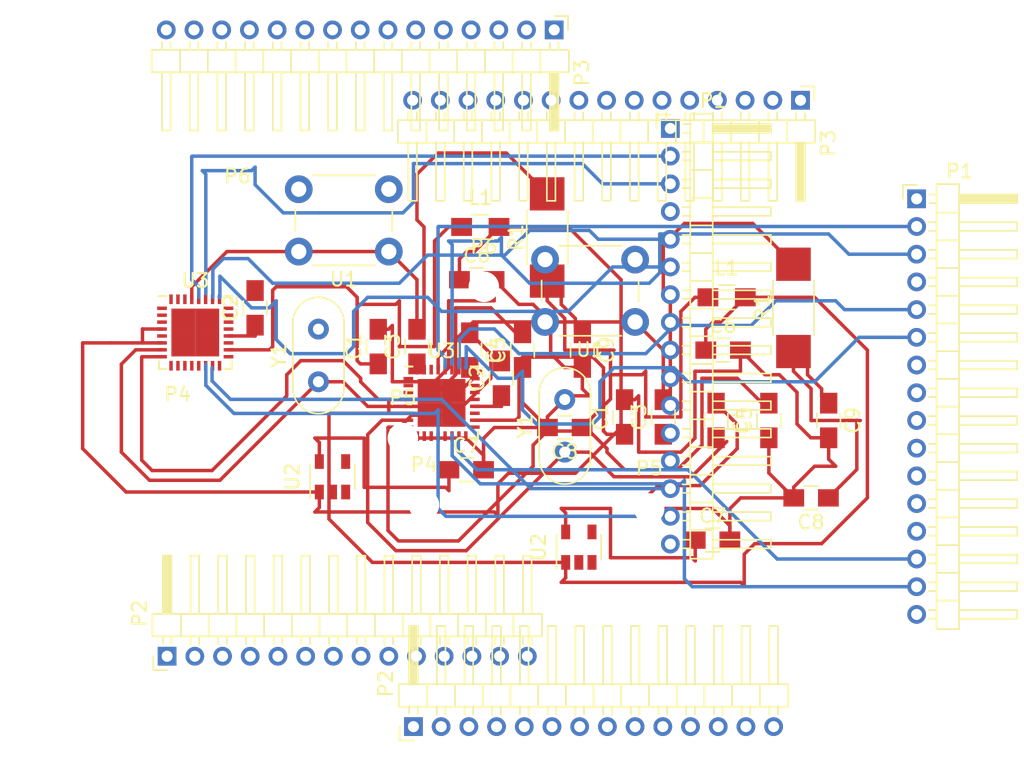
<source format=kicad_pcb>
(kicad_pcb (version 4) (host pcbnew 4.0.7)
  (layers (0 F.Cu signal) (1 In1.Cu signal) (2 In2.Cu signal) (31 B.Cu signal) (34 B.Paste user) (35 F.Paste user) (36 B.SilkS user) (37 F.SilkS user) (38 B.Mask user) (39 F.Mask user) (44 Edge.Cuts user))
  (net 0 "")
  (net 1 "Net-(C1-Pad1)")
  (net 2 GNDA)
  (net 3 "Net-(C2-Pad1)")
  (net 4 /RST)
  (net 5 /RESET)
  (net 6 "Net-(C4-Pad2)")
  (net 7 "Net-(C5-Pad2)")
  (net 8 VCC)
  (net 9 +3V3)
  (net 10 +5V)
  (net 11 /GND)
  (net 12 /A5)
  (net 13 /A4)
  (net 14 /A3)
  (net 15 /A2)
  (net 16 /A1)
  (net 17 /A0)
  (net 18 /AREF)
  (net 19 /SCK)
  (net 20 /MISO)
  (net 21 /MOSI)
  (net 22 /SS)
  (net 23 /D2)
  (net 24 /D3)
  (net 25 /D4)
  (net 26 /D5)
  (net 27 /D6)
  (net 28 /D7)
  (net 29 /D8)
  (net 30 /D9)
  (net 31 /3v3)
  (net 32 /RTS)
  (net 33 /328-TX)
  (net 34 /328-RX)
  (net 35 /5v)
  (net 36 "Net-(U2-Pad3)")
  (net 37 "Net-(U2-Pad4)")
  (net 38 "Net-(U3-Pad19)")
  (net 39 "Net-(U3-Pad22)")
  (net 40 /328_RX)
  (module Crystals:Crystal_HC52-6mm_Vertical (layer F.Cu) (at 119.126 104.14 90)
    (fp_text reference Y1 (at 1.9 -2.85 90) (layer F.SilkS))
    (fp_text value 16MHz)
    (pad 1 thru_hole circle (at 0 0 90) (size 1.5 1.5) (drill 0.8) (layers *.Cu *.Mask) (net 6 "Net-(C4-Pad2)"))
    (pad 2 thru_hole circle (at 3.8 0 90) (size 1.5 1.5) (drill 0.8) (layers *.Cu *.Mask) (net 2 GNDA))
  )
  (module Buttons_Switches_THT:SW_PUSH_6mm_h4.3mm (layer F.Cu) (at 124.206 94.742 180)
    (fp_text reference U1 (at 3.25 -2 180) (layer F.SilkS))
    (fp_text value Sw_tOpen_PSPICE)
    (pad 2 thru_hole circle (at 0 4.5 270) (size 2 2) (drill 1.1) (layers *.Cu *.Mask) (net 2 GNDA))
    (pad 1 thru_hole circle (at 0 0 270) (size 2 2) (drill 1.1) (layers *.Cu *.Mask) (net 5 /RESET))
    (pad 2 thru_hole circle (at 6.5 4.5 270) (size 2 2) (drill 1.1) (layers *.Cu *.Mask) (net 2 GNDA))
    (pad 1 thru_hole circle (at 6.5 0 270) (size 2 2) (drill 1.1) (layers *.Cu *.Mask) (net 5 /RESET))
  )
  (module Housings_DFN_QFN:QFN-32-1EP_5x5mm_Pitch0.5mm (layer F.Cu) (at 110.236 100.584)
    (fp_text reference U3 (at 0 -3.75) (layer F.SilkS))
    (fp_text value ATMEGA168-20AU)
    (pad 1 smd rect (at -2.4 -1.75) (size 0.7 0.25) (layers F.Cu F.Paste F.Mask) (net 24 /D3))
    (pad 2 smd rect (at -2.4 -1.25) (size 0.7 0.25) (layers F.Cu F.Paste F.Mask) (net 25 /D4))
    (pad 3 smd rect (at -2.4 -0.75) (size 0.7 0.25) (layers F.Cu F.Paste F.Mask) (net 2 GNDA))
    (pad 4 smd rect (at -2.4 -0.25) (size 0.7 0.25) (layers F.Cu F.Paste F.Mask) (net 8 VCC))
    (pad 5 smd rect (at -2.4 0.25) (size 0.7 0.25) (layers F.Cu F.Paste F.Mask) (net 2 GNDA))
    (pad 6 smd rect (at -2.4 0.75) (size 0.7 0.25) (layers F.Cu F.Paste F.Mask) (net 8 VCC))
    (pad 7 smd rect (at -2.4 1.25) (size 0.7 0.25) (layers F.Cu F.Paste F.Mask) (net 6 "Net-(C4-Pad2)"))
    (pad 8 smd rect (at -2.4 1.75) (size 0.7 0.25) (layers F.Cu F.Paste F.Mask) (net 7 "Net-(C5-Pad2)"))
    (pad 9 smd rect (at -1.75 2.4 90) (size 0.7 0.25) (layers F.Cu F.Paste F.Mask) (net 26 /D5))
    (pad 10 smd rect (at -1.25 2.4 90) (size 0.7 0.25) (layers F.Cu F.Paste F.Mask) (net 27 /D6))
    (pad 11 smd rect (at -0.75 2.4 90) (size 0.7 0.25) (layers F.Cu F.Paste F.Mask) (net 28 /D7))
    (pad 12 smd rect (at -0.25 2.4 90) (size 0.7 0.25) (layers F.Cu F.Paste F.Mask) (net 29 /D8))
    (pad 13 smd rect (at 0.25 2.4 90) (size 0.7 0.25) (layers F.Cu F.Paste F.Mask) (net 30 /D9))
    (pad 14 smd rect (at 0.75 2.4 90) (size 0.7 0.25) (layers F.Cu F.Paste F.Mask) (net 22 /SS))
    (pad 15 smd rect (at 1.25 2.4 90) (size 0.7 0.25) (layers F.Cu F.Paste F.Mask) (net 21 /MOSI))
    (pad 16 smd rect (at 1.75 2.4 90) (size 0.7 0.25) (layers F.Cu F.Paste F.Mask) (net 20 /MISO))
    (pad 17 smd rect (at 2.4 1.75) (size 0.7 0.25) (layers F.Cu F.Paste F.Mask) (net 19 /SCK))
    (pad 18 smd rect (at 2.4 1.25) (size 0.7 0.25) (layers F.Cu F.Paste F.Mask) (net 1 "Net-(C1-Pad1)"))
    (pad 19 smd rect (at 2.4 0.75) (size 0.7 0.25) (layers F.Cu F.Paste F.Mask) (net 38 "Net-(U3-Pad19)"))
    (pad 20 smd rect (at 2.4 0.25) (size 0.7 0.25) (layers F.Cu F.Paste F.Mask) (net 3 "Net-(C2-Pad1)"))
    (pad 21 smd rect (at 2.4 -0.25) (size 0.7 0.25) (layers F.Cu F.Paste F.Mask) (net 2 GNDA))
    (pad 22 smd rect (at 2.4 -0.75) (size 0.7 0.25) (layers F.Cu F.Paste F.Mask) (net 39 "Net-(U3-Pad22)"))
    (pad 23 smd rect (at 2.4 -1.25) (size 0.7 0.25) (layers F.Cu F.Paste F.Mask) (net 17 /A0))
    (pad 24 smd rect (at 2.4 -1.75) (size 0.7 0.25) (layers F.Cu F.Paste F.Mask) (net 16 /A1))
    (pad 25 smd rect (at 1.75 -2.4 90) (size 0.7 0.25) (layers F.Cu F.Paste F.Mask) (net 15 /A2))
    (pad 26 smd rect (at 1.25 -2.4 90) (size 0.7 0.25) (layers F.Cu F.Paste F.Mask) (net 14 /A3))
    (pad 27 smd rect (at 0.75 -2.4 90) (size 0.7 0.25) (layers F.Cu F.Paste F.Mask) (net 13 /A4))
    (pad 28 smd rect (at 0.25 -2.4 90) (size 0.7 0.25) (layers F.Cu F.Paste F.Mask) (net 12 /A5))
    (pad 29 smd rect (at -0.25 -2.4 90) (size 0.7 0.25) (layers F.Cu F.Paste F.Mask) (net 5 /RESET))
    (pad 30 smd rect (at -0.75 -2.4 90) (size 0.7 0.25) (layers F.Cu F.Paste F.Mask) (net 40 /328_RX))
    (pad 31 smd rect (at -1.25 -2.4 90) (size 0.7 0.25) (layers F.Cu F.Paste F.Mask) (net 33 /328-TX))
    (pad 32 smd rect (at -1.75 -2.4 90) (size 0.7 0.25) (layers F.Cu F.Paste F.Mask) (net 23 /D2))
    (pad 33 smd rect (at 0.8625 0.8625) (size 1.725 1.725) (layers F.Cu F.Paste F.Mask))
    (pad 33 smd rect (at 0.8625 -0.8625) (size 1.725 1.725) (layers F.Cu F.Paste F.Mask))
    (pad 33 smd rect (at -0.8625 0.8625) (size 1.725 1.725) (layers F.Cu F.Paste F.Mask))
    (pad 33 smd rect (at -0.8625 -0.8625) (size 1.725 1.725) (layers F.Cu F.Paste F.Mask))
  )
  (module TO_SOT_Packages_SMD:SOT-23-5 (layer F.Cu) (at 120.142 110.998 90)
    (fp_text reference U2 (at 0 -2.9 90) (layer F.SilkS))
    (fp_text value MIC5504-3.3YM5)
    (pad 1 smd rect (at -1.1 -0.95 90) (size 1.06 0.65) (layers F.Cu F.Paste F.Mask) (net 8 VCC))
    (pad 2 smd rect (at -1.1 0 90) (size 1.06 0.65) (layers F.Cu F.Paste F.Mask) (net 2 GNDA))
    (pad 3 smd rect (at -1.1 0.95 90) (size 1.06 0.65) (layers F.Cu F.Paste F.Mask) (net 36 "Net-(U2-Pad3)"))
    (pad 4 smd rect (at 1.1 0.95 90) (size 1.06 0.65) (layers F.Cu F.Paste F.Mask) (net 37 "Net-(U2-Pad4)"))
    (pad 5 smd rect (at 1.1 -0.95 90) (size 1.06 0.65) (layers F.Cu F.Paste F.Mask) (net 9 +3V3))
  )
  (module Resistors_SMD:R_2010_HandSoldering (layer F.Cu) (at 135.636 93.726 90)
    (fp_text reference R1 (at 0 -2.25 90) (layer F.SilkS))
    (fp_text value 100K)
    (pad 1 smd rect (at -3.15 0 90) (size 2.4 2.5) (layers F.Cu F.Paste F.Mask) (net 10 +5V))
    (pad 2 smd rect (at 3.15 0 90) (size 2.4 2.5) (layers F.Cu F.Paste F.Mask) (net 5 /RESET))
  )
  (module Mounting_Holes:MountingHole_2.2mm_M2_DIN965 (layer F.Cu) (at 113.284 92.202)
    (fp_text reference P6 (at 0 -2.9) (layer F.SilkS))
    (fp_text value Conn_01x01)
    (pad 1 np_thru_hole circle (at 0 0) (size 2.2 2.2) (drill 2.2) (layers *.Cu *.Mask) (net 2 GNDA))
  )
  (module Mounting_Holes:MountingHole_2.2mm_M2_DIN965 (layer F.Cu) (at 125.222 108.204)
    (fp_text reference P5 (at 0 -2.9) (layer F.SilkS))
    (fp_text value Conn_01x01)
    (pad 1 np_thru_hole circle (at 0 0) (size 2.2 2.2) (drill 2.2) (layers *.Cu *.Mask) (net 2 GNDA))
  )
  (module Mounting_Holes:MountingHole_2.2mm_M2_DIN965 (layer F.Cu) (at 108.966 107.95)
    (fp_text reference P4 (at 0 -2.9) (layer F.SilkS))
    (fp_text value Conn_01x01)
    (pad 1 np_thru_hole circle (at 0 0) (size 2.2 2.2) (drill 2.2) (layers *.Cu *.Mask) (net 2 GNDA))
  )
  (module Pin_Headers:Pin_Header_Angled_1x14_Pitch2.00mm (layer F.Cu) (at 108.204 123.952 90)
    (fp_text reference P2 (at 3.1 -2 90) (layer F.SilkS))
    (fp_text value Conn_01x14)
    (pad 1 thru_hole rect (at 0 0 90) (size 1.35 1.35) (drill 0.8) (layers *.Cu *.Mask) (net 11 /GND))
    (pad 2 thru_hole oval (at 0 2 90) (size 1.35 1.35) (drill 0.8) (layers *.Cu *.Mask) (net 23 /D2))
    (pad 3 thru_hole oval (at 0 4 90) (size 1.35 1.35) (drill 0.8) (layers *.Cu *.Mask) (net 24 /D3))
    (pad 4 thru_hole oval (at 0 6 90) (size 1.35 1.35) (drill 0.8) (layers *.Cu *.Mask) (net 11 /GND))
    (pad 5 thru_hole oval (at 0 8 90) (size 1.35 1.35) (drill 0.8) (layers *.Cu *.Mask) (net 25 /D4))
    (pad 6 thru_hole oval (at 0 10 90) (size 1.35 1.35) (drill 0.8) (layers *.Cu *.Mask) (net 26 /D5))
    (pad 7 thru_hole oval (at 0 12 90) (size 1.35 1.35) (drill 0.8) (layers *.Cu *.Mask) (net 27 /D6))
    (pad 8 thru_hole oval (at 0 14 90) (size 1.35 1.35) (drill 0.8) (layers *.Cu *.Mask) (net 28 /D7))
    (pad 9 thru_hole oval (at 0 16 90) (size 1.35 1.35) (drill 0.8) (layers *.Cu *.Mask) (net 11 /GND))
    (pad 10 thru_hole oval (at 0 18 90) (size 1.35 1.35) (drill 0.8) (layers *.Cu *.Mask) (net 29 /D8))
    (pad 11 thru_hole oval (at 0 20 90) (size 1.35 1.35) (drill 0.8) (layers *.Cu *.Mask) (net 30 /D9))
    (pad 12 thru_hole oval (at 0 22 90) (size 1.35 1.35) (drill 0.8) (layers *.Cu *.Mask) (net 11 /GND))
    (pad 13 thru_hole oval (at 0 24 90) (size 1.35 1.35) (drill 0.8) (layers *.Cu *.Mask) (net 31 /3v3))
    (pad 14 thru_hole oval (at 0 26 90) (size 1.35 1.35) (drill 0.8) (layers *.Cu *.Mask) (net 31 /3v3))
  )
  (module Pin_Headers:Pin_Header_Angled_1x16_Pitch2.00mm (layer F.Cu) (at 144.526 85.852)
    (fp_text reference P1 (at 3.1 -2) (layer F.SilkS))
    (fp_text value Conn_01x16)
    (pad 1 thru_hole rect (at 0 0) (size 1.35 1.35) (drill 0.8) (layers *.Cu *.Mask) (net 11 /GND))
    (pad 2 thru_hole oval (at 0 2) (size 1.35 1.35) (drill 0.8) (layers *.Cu *.Mask) (net 12 /A5))
    (pad 3 thru_hole oval (at 0 4) (size 1.35 1.35) (drill 0.8) (layers *.Cu *.Mask) (net 13 /A4))
    (pad 4 thru_hole oval (at 0 6) (size 1.35 1.35) (drill 0.8) (layers *.Cu *.Mask) (net 11 /GND))
    (pad 5 thru_hole oval (at 0 8) (size 1.35 1.35) (drill 0.8) (layers *.Cu *.Mask) (net 14 /A3))
    (pad 6 thru_hole oval (at 0 10) (size 1.35 1.35) (drill 0.8) (layers *.Cu *.Mask) (net 15 /A2))
    (pad 7 thru_hole oval (at 0 12) (size 1.35 1.35) (drill 0.8) (layers *.Cu *.Mask) (net 11 /GND))
    (pad 8 thru_hole oval (at 0 14) (size 1.35 1.35) (drill 0.8) (layers *.Cu *.Mask) (net 16 /A1))
    (pad 9 thru_hole oval (at 0 16) (size 1.35 1.35) (drill 0.8) (layers *.Cu *.Mask) (net 17 /A0))
    (pad 10 thru_hole oval (at 0 18) (size 1.35 1.35) (drill 0.8) (layers *.Cu *.Mask) (net 18 /AREF))
    (pad 11 thru_hole oval (at 0 20) (size 1.35 1.35) (drill 0.8) (layers *.Cu *.Mask) (net 11 /GND))
    (pad 12 thru_hole oval (at 0 22) (size 1.35 1.35) (drill 0.8) (layers *.Cu *.Mask) (net 19 /SCK))
    (pad 13 thru_hole oval (at 0 24) (size 1.35 1.35) (drill 0.8) (layers *.Cu *.Mask) (net 20 /MISO))
    (pad 14 thru_hole oval (at 0 26) (size 1.35 1.35) (drill 0.8) (layers *.Cu *.Mask) (net 21 /MOSI))
    (pad 15 thru_hole oval (at 0 28) (size 1.35 1.35) (drill 0.8) (layers *.Cu *.Mask) (net 22 /SS))
    (pad 16 thru_hole oval (at 0 30) (size 1.35 1.35) (drill 0.8) (layers *.Cu *.Mask) (net 11 /GND))
  )
  (module Inductors_SMD:L_0805_HandSoldering (layer F.Cu) (at 130.81 92.964)
    (fp_text reference L1 (at 0 -2.1) (layer F.SilkS))
    (fp_text value 10uHL)
    (pad 1 smd rect (at -1.35 0) (size 1.5 1.3) (layers F.Cu F.Paste F.Mask) (net 1 "Net-(C1-Pad1)"))
    (pad 2 smd rect (at 1.35 0) (size 1.5 1.3) (layers F.Cu F.Paste F.Mask) (net 8 VCC))
  )
  (module Capacitors_SMD:C_0805_HandSoldering (layer F.Cu) (at 138.176 101.854 270)
    (fp_text reference C9 (at 0 -1.75 270) (layer F.SilkS))
    (fp_text value 100nF)
    (pad 1 smd rect (at -1.25 0 270) (size 1.5 1.25) (layers F.Cu F.Paste F.Mask) (net 10 +5V))
    (pad 2 smd rect (at 1.25 0 270) (size 1.5 1.25) (layers F.Cu F.Paste F.Mask) (net 2 GNDA))
  )
  (module Capacitors_SMD:C_0805_HandSoldering (layer F.Cu) (at 136.906 107.442 180)
    (fp_text reference C8 (at 0 -1.75 180) (layer F.SilkS))
    (fp_text value 1uF)
    (pad 1 smd rect (at -1.25 0 180) (size 1.5 1.25) (layers F.Cu F.Paste F.Mask) (net 10 +5V))
    (pad 2 smd rect (at 1.25 0 180) (size 1.5 1.25) (layers F.Cu F.Paste F.Mask) (net 2 GNDA))
  )
  (module Capacitors_SMD:C_0805_HandSoldering (layer F.Cu) (at 129.794 110.49)
    (fp_text reference C7 (at 0 -1.75) (layer F.SilkS))
    (fp_text value 1uF)
    (pad 1 smd rect (at -1.25 0) (size 1.5 1.25) (layers F.Cu F.Paste F.Mask) (net 9 +3V3))
    (pad 2 smd rect (at 1.25 0) (size 1.5 1.25) (layers F.Cu F.Paste F.Mask) (net 2 GNDA))
  )
  (module Capacitors_SMD:C_0805_HandSoldering (layer F.Cu) (at 130.556 96.774)
    (fp_text reference C6 (at 0 -1.75) (layer F.SilkS))
    (fp_text value 1uF)
    (pad 1 smd rect (at -1.25 0) (size 1.5 1.25) (layers F.Cu F.Paste F.Mask) (net 8 VCC))
    (pad 2 smd rect (at 1.25 0) (size 1.5 1.25) (layers F.Cu F.Paste F.Mask) (net 2 GNDA))
  )
  (module Capacitors_SMD:C_0805_HandSoldering (layer F.Cu) (at 133.858 101.854 90)
    (fp_text reference C5 (at 0 -1.75 90) (layer F.SilkS))
    (fp_text value 22pF)
    (pad 1 smd rect (at -1.25 0 90) (size 1.5 1.25) (layers F.Cu F.Paste F.Mask) (net 2 GNDA))
    (pad 2 smd rect (at 1.25 0 90) (size 1.5 1.25) (layers F.Cu F.Paste F.Mask) (net 7 "Net-(C5-Pad2)"))
  )
  (module Capacitors_SMD:C_0805_HandSoldering (layer F.Cu) (at 130.048 101.854 270)
    (fp_text reference C4 (at 0 -1.75 270) (layer F.SilkS))
    (fp_text value 22pF)
    (pad 1 smd rect (at -1.25 0 270) (size 1.5 1.25) (layers F.Cu F.Paste F.Mask) (net 2 GNDA))
    (pad 2 smd rect (at 1.25 0 270) (size 1.5 1.25) (layers F.Cu F.Paste F.Mask) (net 6 "Net-(C4-Pad2)"))
  )
  (module Capacitors_SMD:C_0805_HandSoldering (layer F.Cu) (at 126.238 101.6 90)
    (fp_text reference C3 (at 0 -1.75 90) (layer F.SilkS))
    (fp_text value 100nF)
    (pad 1 smd rect (at -1.25 0 90) (size 1.5 1.25) (layers F.Cu F.Paste F.Mask) (net 4 /RST))
    (pad 2 smd rect (at 1.25 0 90) (size 1.5 1.25) (layers F.Cu F.Paste F.Mask) (net 5 /RESET))
  )
  (module Capacitors_SMD:C_0805_HandSoldering (layer F.Cu) (at 114.554 98.806 90)
    (fp_text reference C2 (at 0 -1.75 90) (layer F.SilkS))
    (fp_text value 10nF)
    (pad 1 smd rect (at -1.25 0 90) (size 1.5 1.25) (layers F.Cu F.Paste F.Mask) (net 3 "Net-(C2-Pad1)"))
    (pad 2 smd rect (at 1.25 0 90) (size 1.5 1.25) (layers F.Cu F.Paste F.Mask) (net 2 GNDA))
  )
  (module Capacitors_SMD:C_0805_HandSoldering (layer F.Cu) (at 123.444 101.6 90)
    (fp_text reference C1 (at 0 -1.75 90) (layer F.SilkS))
    (fp_text value 100nF)
    (pad 1 smd rect (at -1.25 0 90) (size 1.5 1.25) (layers F.Cu F.Paste F.Mask) (net 1 "Net-(C1-Pad1)"))
    (pad 2 smd rect (at 1.25 0 90) (size 1.5 1.25) (layers F.Cu F.Paste F.Mask) (net 2 GNDA))
  )
  (module Pin_Headers:Pin_Header_Angled_1x15_Pitch2.00mm (layer F.Cu) (at 136.144 78.74 270)
    (fp_text reference P3 (at 3.1 -2 270) (layer F.SilkS))
    (fp_text value Conn_01x15)
    (pad 1 thru_hole rect (at 0 0 270) (size 1.35 1.35) (drill 0.8) (layers *.Cu *.Mask) (net 11 /GND))
    (pad 2 thru_hole oval (at 0 2 270) (size 1.35 1.35) (drill 0.8) (layers *.Cu *.Mask) (net 11 /GND))
    (pad 3 thru_hole oval (at 0 4 270) (size 1.35 1.35) (drill 0.8) (layers *.Cu *.Mask) (net 11 /GND))
    (pad 4 thru_hole oval (at 0 6 270) (size 1.35 1.35) (drill 0.8) (layers *.Cu *.Mask) (net 5 /RESET))
    (pad 5 thru_hole oval (at 0 8 270) (size 1.35 1.35) (drill 0.8) (layers *.Cu *.Mask) (net 11 /GND))
    (pad 6 thru_hole oval (at 0 10 270) (size 1.35 1.35) (drill 0.8) (layers *.Cu *.Mask) (net 32 /RTS))
    (pad 7 thru_hole oval (at 0 12 270) (size 1.35 1.35) (drill 0.8) (layers *.Cu *.Mask) (net 33 /328-TX))
    (pad 8 thru_hole oval (at 0 14 270) (size 1.35 1.35) (drill 0.8) (layers *.Cu *.Mask) (net 34 /328-RX))
    (pad 9 thru_hole oval (at 0 16 270) (size 1.35 1.35) (drill 0.8) (layers *.Cu *.Mask) (net 35 /5v))
    (pad 10 thru_hole oval (at 0 18 270) (size 1.35 1.35) (drill 0.8) (layers *.Cu *.Mask) (net 11 /GND))
    (pad 11 thru_hole oval (at 0 20 270) (size 1.35 1.35) (drill 0.8) (layers *.Cu *.Mask) (net 11 /GND))
    (pad 12 thru_hole oval (at 0 22 270) (size 1.35 1.35) (drill 0.8) (layers *.Cu *.Mask) (net 11 /GND))
    (pad 13 thru_hole oval (at 0 24 270) (size 1.35 1.35) (drill 0.8) (layers *.Cu *.Mask) (net 35 /5v))
    (pad 14 thru_hole oval (at 0 26 270) (size 1.35 1.35) (drill 0.8) (layers *.Cu *.Mask) (net 35 /5v))
    (pad 15 thru_hole oval (at 0 28 270) (size 1.35 1.35) (drill 0.8) (layers *.Cu *.Mask) (net 11 /GND))
  )
  (module Pin_Headers:Pin_Header_Angled_1x15_Pitch2.00mm (layer F.Cu) (at 153.924 83.82 270)
    (fp_text reference P3 (at 3.1 -2 270) (layer F.SilkS))
    (fp_text value Conn_01x15)
    (pad 1 thru_hole rect (at 0 0 270) (size 1.35 1.35) (drill 0.8) (layers *.Cu *.Mask) (net 11 /GND))
    (pad 2 thru_hole oval (at 0 2 270) (size 1.35 1.35) (drill 0.8) (layers *.Cu *.Mask) (net 11 /GND))
    (pad 3 thru_hole oval (at 0 4 270) (size 1.35 1.35) (drill 0.8) (layers *.Cu *.Mask) (net 11 /GND))
    (pad 4 thru_hole oval (at 0 6 270) (size 1.35 1.35) (drill 0.8) (layers *.Cu *.Mask) (net 5 /RESET))
    (pad 5 thru_hole oval (at 0 8 270) (size 1.35 1.35) (drill 0.8) (layers *.Cu *.Mask) (net 11 /GND))
    (pad 6 thru_hole oval (at 0 10 270) (size 1.35 1.35) (drill 0.8) (layers *.Cu *.Mask) (net 32 /RTS))
    (pad 7 thru_hole oval (at 0 12 270) (size 1.35 1.35) (drill 0.8) (layers *.Cu *.Mask) (net 33 /328-TX))
    (pad 8 thru_hole oval (at 0 14 270) (size 1.35 1.35) (drill 0.8) (layers *.Cu *.Mask) (net 34 /328-RX))
    (pad 9 thru_hole oval (at 0 16 270) (size 1.35 1.35) (drill 0.8) (layers *.Cu *.Mask) (net 35 /5v))
    (pad 10 thru_hole oval (at 0 18 270) (size 1.35 1.35) (drill 0.8) (layers *.Cu *.Mask) (net 11 /GND))
    (pad 11 thru_hole oval (at 0 20 270) (size 1.35 1.35) (drill 0.8) (layers *.Cu *.Mask) (net 11 /GND))
    (pad 12 thru_hole oval (at 0 22 270) (size 1.35 1.35) (drill 0.8) (layers *.Cu *.Mask) (net 11 /GND))
    (pad 13 thru_hole oval (at 0 24 270) (size 1.35 1.35) (drill 0.8) (layers *.Cu *.Mask) (net 35 /5v))
    (pad 14 thru_hole oval (at 0 26 270) (size 1.35 1.35) (drill 0.8) (layers *.Cu *.Mask) (net 35 /5v))
    (pad 15 thru_hole oval (at 0 28 270) (size 1.35 1.35) (drill 0.8) (layers *.Cu *.Mask) (net 11 /GND))
  )
  (module Capacitors_SMD:C_0805_HandSoldering (layer F.Cu) (at 141.224 106.68 90)
    (fp_text reference C1 (at 0 -1.75 90) (layer F.SilkS))
    (fp_text value 100nF)
    (pad 1 smd rect (at -1.25 0 90) (size 1.5 1.25) (layers F.Cu F.Paste F.Mask) (net 1 "Net-(C1-Pad1)"))
    (pad 2 smd rect (at 1.25 0 90) (size 1.5 1.25) (layers F.Cu F.Paste F.Mask) (net 2 GNDA))
  )
  (module Capacitors_SMD:C_0805_HandSoldering (layer F.Cu) (at 132.334 103.886 90)
    (fp_text reference C2 (at 0 -1.75 90) (layer F.SilkS))
    (fp_text value 10nF)
    (pad 1 smd rect (at -1.25 0 90) (size 1.5 1.25) (layers F.Cu F.Paste F.Mask) (net 3 "Net-(C2-Pad1)"))
    (pad 2 smd rect (at 1.25 0 90) (size 1.5 1.25) (layers F.Cu F.Paste F.Mask) (net 2 GNDA))
  )
  (module Capacitors_SMD:C_0805_HandSoldering (layer F.Cu) (at 144.018 106.68 90)
    (fp_text reference C3 (at 0 -1.75 90) (layer F.SilkS))
    (fp_text value 100nF)
    (pad 1 smd rect (at -1.25 0 90) (size 1.5 1.25) (layers F.Cu F.Paste F.Mask) (net 4 /RST))
    (pad 2 smd rect (at 1.25 0 90) (size 1.5 1.25) (layers F.Cu F.Paste F.Mask) (net 5 /RESET))
  )
  (module Capacitors_SMD:C_0805_HandSoldering (layer F.Cu) (at 147.828 106.934 270)
    (fp_text reference C4 (at 0 -1.75 270) (layer F.SilkS))
    (fp_text value 22pF)
    (pad 1 smd rect (at -1.25 0 270) (size 1.5 1.25) (layers F.Cu F.Paste F.Mask) (net 2 GNDA))
    (pad 2 smd rect (at 1.25 0 270) (size 1.5 1.25) (layers F.Cu F.Paste F.Mask) (net 6 "Net-(C4-Pad2)"))
  )
  (module Capacitors_SMD:C_0805_HandSoldering (layer F.Cu) (at 151.638 106.934 90)
    (fp_text reference C5 (at 0 -1.75 90) (layer F.SilkS))
    (fp_text value 22pF)
    (pad 1 smd rect (at -1.25 0 90) (size 1.5 1.25) (layers F.Cu F.Paste F.Mask) (net 2 GNDA))
    (pad 2 smd rect (at 1.25 0 90) (size 1.5 1.25) (layers F.Cu F.Paste F.Mask) (net 7 "Net-(C5-Pad2)"))
  )
  (module Capacitors_SMD:C_0805_HandSoldering (layer F.Cu) (at 148.336 101.854)
    (fp_text reference C6 (at 0 -1.75) (layer F.SilkS))
    (fp_text value 1uF)
    (pad 1 smd rect (at -1.25 0) (size 1.5 1.25) (layers F.Cu F.Paste F.Mask) (net 8 VCC))
    (pad 2 smd rect (at 1.25 0) (size 1.5 1.25) (layers F.Cu F.Paste F.Mask) (net 2 GNDA))
  )
  (module Capacitors_SMD:C_0805_HandSoldering (layer F.Cu) (at 147.574 115.57)
    (fp_text reference C7 (at 0 -1.75) (layer F.SilkS))
    (fp_text value 1uF)
    (pad 1 smd rect (at -1.25 0) (size 1.5 1.25) (layers F.Cu F.Paste F.Mask) (net 9 +3V3))
    (pad 2 smd rect (at 1.25 0) (size 1.5 1.25) (layers F.Cu F.Paste F.Mask) (net 2 GNDA))
  )
  (module Capacitors_SMD:C_0805_HandSoldering (layer F.Cu) (at 154.686 112.522 180)
    (fp_text reference C8 (at 0 -1.75 180) (layer F.SilkS))
    (fp_text value 1uF)
    (pad 1 smd rect (at -1.25 0 180) (size 1.5 1.25) (layers F.Cu F.Paste F.Mask) (net 10 +5V))
    (pad 2 smd rect (at 1.25 0 180) (size 1.5 1.25) (layers F.Cu F.Paste F.Mask) (net 2 GNDA))
  )
  (module Capacitors_SMD:C_0805_HandSoldering (layer F.Cu) (at 155.956 106.934 270)
    (fp_text reference C9 (at 0 -1.75 270) (layer F.SilkS))
    (fp_text value 100nF)
    (pad 1 smd rect (at -1.25 0 270) (size 1.5 1.25) (layers F.Cu F.Paste F.Mask) (net 10 +5V))
    (pad 2 smd rect (at 1.25 0 270) (size 1.5 1.25) (layers F.Cu F.Paste F.Mask) (net 2 GNDA))
  )
  (module Inductors_SMD:L_0805_HandSoldering (layer F.Cu) (at 148.59 98.044)
    (fp_text reference L1 (at 0 -2.1) (layer F.SilkS))
    (fp_text value 10uHL)
    (pad 1 smd rect (at -1.35 0) (size 1.5 1.3) (layers F.Cu F.Paste F.Mask) (net 1 "Net-(C1-Pad1)"))
    (pad 2 smd rect (at 1.35 0) (size 1.5 1.3) (layers F.Cu F.Paste F.Mask) (net 8 VCC))
  )
  (module Pin_Headers:Pin_Header_Angled_1x16_Pitch2.00mm (layer F.Cu) (at 162.306 90.932)
    (fp_text reference P1 (at 3.1 -2) (layer F.SilkS))
    (fp_text value Conn_01x16)
    (pad 1 thru_hole rect (at 0 0) (size 1.35 1.35) (drill 0.8) (layers *.Cu *.Mask) (net 11 /GND))
    (pad 2 thru_hole oval (at 0 2) (size 1.35 1.35) (drill 0.8) (layers *.Cu *.Mask) (net 12 /A5))
    (pad 3 thru_hole oval (at 0 4) (size 1.35 1.35) (drill 0.8) (layers *.Cu *.Mask) (net 13 /A4))
    (pad 4 thru_hole oval (at 0 6) (size 1.35 1.35) (drill 0.8) (layers *.Cu *.Mask) (net 11 /GND))
    (pad 5 thru_hole oval (at 0 8) (size 1.35 1.35) (drill 0.8) (layers *.Cu *.Mask) (net 14 /A3))
    (pad 6 thru_hole oval (at 0 10) (size 1.35 1.35) (drill 0.8) (layers *.Cu *.Mask) (net 15 /A2))
    (pad 7 thru_hole oval (at 0 12) (size 1.35 1.35) (drill 0.8) (layers *.Cu *.Mask) (net 11 /GND))
    (pad 8 thru_hole oval (at 0 14) (size 1.35 1.35) (drill 0.8) (layers *.Cu *.Mask) (net 16 /A1))
    (pad 9 thru_hole oval (at 0 16) (size 1.35 1.35) (drill 0.8) (layers *.Cu *.Mask) (net 17 /A0))
    (pad 10 thru_hole oval (at 0 18) (size 1.35 1.35) (drill 0.8) (layers *.Cu *.Mask) (net 18 /AREF))
    (pad 11 thru_hole oval (at 0 20) (size 1.35 1.35) (drill 0.8) (layers *.Cu *.Mask) (net 11 /GND))
    (pad 12 thru_hole oval (at 0 22) (size 1.35 1.35) (drill 0.8) (layers *.Cu *.Mask) (net 19 /SCK))
    (pad 13 thru_hole oval (at 0 24) (size 1.35 1.35) (drill 0.8) (layers *.Cu *.Mask) (net 20 /MISO))
    (pad 14 thru_hole oval (at 0 26) (size 1.35 1.35) (drill 0.8) (layers *.Cu *.Mask) (net 21 /MOSI))
    (pad 15 thru_hole oval (at 0 28) (size 1.35 1.35) (drill 0.8) (layers *.Cu *.Mask) (net 22 /SS))
    (pad 16 thru_hole oval (at 0 30) (size 1.35 1.35) (drill 0.8) (layers *.Cu *.Mask) (net 11 /GND))
  )
  (module Pin_Headers:Pin_Header_Angled_1x14_Pitch2.00mm (layer F.Cu) (at 125.984 129.032 90)
    (fp_text reference P2 (at 3.1 -2 90) (layer F.SilkS))
    (fp_text value Conn_01x14)
    (pad 1 thru_hole rect (at 0 0 90) (size 1.35 1.35) (drill 0.8) (layers *.Cu *.Mask) (net 11 /GND))
    (pad 2 thru_hole oval (at 0 2 90) (size 1.35 1.35) (drill 0.8) (layers *.Cu *.Mask) (net 23 /D2))
    (pad 3 thru_hole oval (at 0 4 90) (size 1.35 1.35) (drill 0.8) (layers *.Cu *.Mask) (net 24 /D3))
    (pad 4 thru_hole oval (at 0 6 90) (size 1.35 1.35) (drill 0.8) (layers *.Cu *.Mask) (net 11 /GND))
    (pad 5 thru_hole oval (at 0 8 90) (size 1.35 1.35) (drill 0.8) (layers *.Cu *.Mask) (net 25 /D4))
    (pad 6 thru_hole oval (at 0 10 90) (size 1.35 1.35) (drill 0.8) (layers *.Cu *.Mask) (net 26 /D5))
    (pad 7 thru_hole oval (at 0 12 90) (size 1.35 1.35) (drill 0.8) (layers *.Cu *.Mask) (net 27 /D6))
    (pad 8 thru_hole oval (at 0 14 90) (size 1.35 1.35) (drill 0.8) (layers *.Cu *.Mask) (net 28 /D7))
    (pad 9 thru_hole oval (at 0 16 90) (size 1.35 1.35) (drill 0.8) (layers *.Cu *.Mask) (net 11 /GND))
    (pad 10 thru_hole oval (at 0 18 90) (size 1.35 1.35) (drill 0.8) (layers *.Cu *.Mask) (net 29 /D8))
    (pad 11 thru_hole oval (at 0 20 90) (size 1.35 1.35) (drill 0.8) (layers *.Cu *.Mask) (net 30 /D9))
    (pad 12 thru_hole oval (at 0 22 90) (size 1.35 1.35) (drill 0.8) (layers *.Cu *.Mask) (net 11 /GND))
    (pad 13 thru_hole oval (at 0 24 90) (size 1.35 1.35) (drill 0.8) (layers *.Cu *.Mask) (net 31 /3v3))
    (pad 14 thru_hole oval (at 0 26 90) (size 1.35 1.35) (drill 0.8) (layers *.Cu *.Mask) (net 31 /3v3))
  )
  (module Mounting_Holes:MountingHole_2.2mm_M2_DIN965 (layer F.Cu) (at 126.746 113.03)
    (fp_text reference P4 (at 0 -2.9) (layer F.SilkS))
    (fp_text value Conn_01x01)
    (pad 1 np_thru_hole circle (at 0 0) (size 2.2 2.2) (drill 2.2) (layers *.Cu *.Mask) (net 2 GNDA))
  )
  (module Mounting_Holes:MountingHole_2.2mm_M2_DIN965 (layer F.Cu) (at 143.002 113.284)
    (fp_text reference P5 (at 0 -2.9) (layer F.SilkS))
    (fp_text value Conn_01x01)
    (pad 1 np_thru_hole circle (at 0 0) (size 2.2 2.2) (drill 2.2) (layers *.Cu *.Mask) (net 2 GNDA))
  )
  (module Mounting_Holes:MountingHole_2.2mm_M2_DIN965 (layer F.Cu) (at 131.064 97.282)
    (fp_text reference P6 (at 0 -2.9) (layer F.SilkS))
    (fp_text value Conn_01x01)
    (pad 1 np_thru_hole circle (at 0 0) (size 2.2 2.2) (drill 2.2) (layers *.Cu *.Mask) (net 2 GNDA))
  )
  (module Resistors_SMD:R_2010_HandSoldering (layer F.Cu) (at 153.416 98.806 90)
    (fp_text reference R1 (at 0 -2.25 90) (layer F.SilkS))
    (fp_text value 100K)
    (pad 1 smd rect (at -3.15 0 90) (size 2.4 2.5) (layers F.Cu F.Paste F.Mask) (net 10 +5V))
    (pad 2 smd rect (at 3.15 0 90) (size 2.4 2.5) (layers F.Cu F.Paste F.Mask) (net 5 /RESET))
  )
  (module TO_SOT_Packages_SMD:SOT-23-5 (layer F.Cu) (at 137.922 116.078 90)
    (fp_text reference U2 (at 0 -2.9 90) (layer F.SilkS))
    (fp_text value MIC5504-3.3YM5)
    (pad 1 smd rect (at -1.1 -0.95 90) (size 1.06 0.65) (layers F.Cu F.Paste F.Mask) (net 8 VCC))
    (pad 2 smd rect (at -1.1 0 90) (size 1.06 0.65) (layers F.Cu F.Paste F.Mask) (net 2 GNDA))
    (pad 3 smd rect (at -1.1 0.95 90) (size 1.06 0.65) (layers F.Cu F.Paste F.Mask) (net 36 "Net-(U2-Pad3)"))
    (pad 4 smd rect (at 1.1 0.95 90) (size 1.06 0.65) (layers F.Cu F.Paste F.Mask) (net 37 "Net-(U2-Pad4)"))
    (pad 5 smd rect (at 1.1 -0.95 90) (size 1.06 0.65) (layers F.Cu F.Paste F.Mask) (net 9 +3V3))
  )
  (module Housings_DFN_QFN:QFN-32-1EP_5x5mm_Pitch0.5mm (layer F.Cu) (at 128.016 105.664)
    (fp_text reference U3 (at 0 -3.75) (layer F.SilkS))
    (fp_text value ATMEGA168-20AU)
    (pad 1 smd rect (at -2.4 -1.75) (size 0.7 0.25) (layers F.Cu F.Paste F.Mask) (net 24 /D3))
    (pad 2 smd rect (at -2.4 -1.25) (size 0.7 0.25) (layers F.Cu F.Paste F.Mask) (net 25 /D4))
    (pad 3 smd rect (at -2.4 -0.75) (size 0.7 0.25) (layers F.Cu F.Paste F.Mask) (net 2 GNDA))
    (pad 4 smd rect (at -2.4 -0.25) (size 0.7 0.25) (layers F.Cu F.Paste F.Mask) (net 8 VCC))
    (pad 5 smd rect (at -2.4 0.25) (size 0.7 0.25) (layers F.Cu F.Paste F.Mask) (net 2 GNDA))
    (pad 6 smd rect (at -2.4 0.75) (size 0.7 0.25) (layers F.Cu F.Paste F.Mask) (net 8 VCC))
    (pad 7 smd rect (at -2.4 1.25) (size 0.7 0.25) (layers F.Cu F.Paste F.Mask) (net 6 "Net-(C4-Pad2)"))
    (pad 8 smd rect (at -2.4 1.75) (size 0.7 0.25) (layers F.Cu F.Paste F.Mask) (net 7 "Net-(C5-Pad2)"))
    (pad 9 smd rect (at -1.75 2.4 90) (size 0.7 0.25) (layers F.Cu F.Paste F.Mask) (net 26 /D5))
    (pad 10 smd rect (at -1.25 2.4 90) (size 0.7 0.25) (layers F.Cu F.Paste F.Mask) (net 27 /D6))
    (pad 11 smd rect (at -0.75 2.4 90) (size 0.7 0.25) (layers F.Cu F.Paste F.Mask) (net 28 /D7))
    (pad 12 smd rect (at -0.25 2.4 90) (size 0.7 0.25) (layers F.Cu F.Paste F.Mask) (net 29 /D8))
    (pad 13 smd rect (at 0.25 2.4 90) (size 0.7 0.25) (layers F.Cu F.Paste F.Mask) (net 30 /D9))
    (pad 14 smd rect (at 0.75 2.4 90) (size 0.7 0.25) (layers F.Cu F.Paste F.Mask) (net 22 /SS))
    (pad 15 smd rect (at 1.25 2.4 90) (size 0.7 0.25) (layers F.Cu F.Paste F.Mask) (net 21 /MOSI))
    (pad 16 smd rect (at 1.75 2.4 90) (size 0.7 0.25) (layers F.Cu F.Paste F.Mask) (net 20 /MISO))
    (pad 17 smd rect (at 2.4 1.75) (size 0.7 0.25) (layers F.Cu F.Paste F.Mask) (net 19 /SCK))
    (pad 18 smd rect (at 2.4 1.25) (size 0.7 0.25) (layers F.Cu F.Paste F.Mask) (net 1 "Net-(C1-Pad1)"))
    (pad 19 smd rect (at 2.4 0.75) (size 0.7 0.25) (layers F.Cu F.Paste F.Mask) (net 38 "Net-(U3-Pad19)"))
    (pad 20 smd rect (at 2.4 0.25) (size 0.7 0.25) (layers F.Cu F.Paste F.Mask) (net 3 "Net-(C2-Pad1)"))
    (pad 21 smd rect (at 2.4 -0.25) (size 0.7 0.25) (layers F.Cu F.Paste F.Mask) (net 2 GNDA))
    (pad 22 smd rect (at 2.4 -0.75) (size 0.7 0.25) (layers F.Cu F.Paste F.Mask) (net 39 "Net-(U3-Pad22)"))
    (pad 23 smd rect (at 2.4 -1.25) (size 0.7 0.25) (layers F.Cu F.Paste F.Mask) (net 17 /A0))
    (pad 24 smd rect (at 2.4 -1.75) (size 0.7 0.25) (layers F.Cu F.Paste F.Mask) (net 16 /A1))
    (pad 25 smd rect (at 1.75 -2.4 90) (size 0.7 0.25) (layers F.Cu F.Paste F.Mask) (net 15 /A2))
    (pad 26 smd rect (at 1.25 -2.4 90) (size 0.7 0.25) (layers F.Cu F.Paste F.Mask) (net 14 /A3))
    (pad 27 smd rect (at 0.75 -2.4 90) (size 0.7 0.25) (layers F.Cu F.Paste F.Mask) (net 13 /A4))
    (pad 28 smd rect (at 0.25 -2.4 90) (size 0.7 0.25) (layers F.Cu F.Paste F.Mask) (net 12 /A5))
    (pad 29 smd rect (at -0.25 -2.4 90) (size 0.7 0.25) (layers F.Cu F.Paste F.Mask) (net 5 /RESET))
    (pad 30 smd rect (at -0.75 -2.4 90) (size 0.7 0.25) (layers F.Cu F.Paste F.Mask) (net 40 /328_RX))
    (pad 31 smd rect (at -1.25 -2.4 90) (size 0.7 0.25) (layers F.Cu F.Paste F.Mask) (net 33 /328-TX))
    (pad 32 smd rect (at -1.75 -2.4 90) (size 0.7 0.25) (layers F.Cu F.Paste F.Mask) (net 23 /D2))
    (pad 33 smd rect (at 0.8625 0.8625) (size 1.725 1.725) (layers F.Cu F.Paste F.Mask))
    (pad 33 smd rect (at 0.8625 -0.8625) (size 1.725 1.725) (layers F.Cu F.Paste F.Mask))
    (pad 33 smd rect (at -0.8625 0.8625) (size 1.725 1.725) (layers F.Cu F.Paste F.Mask))
    (pad 33 smd rect (at -0.8625 -0.8625) (size 1.725 1.725) (layers F.Cu F.Paste F.Mask))
  )
  (module Buttons_Switches_THT:SW_PUSH_6mm_h4.3mm (layer F.Cu) (at 141.986 99.822 180)
    (fp_text reference U1 (at 3.25 -2 180) (layer F.SilkS))
    (fp_text value Sw_tOpen_PSPICE)
    (pad 2 thru_hole circle (at 0 4.5 270) (size 2 2) (drill 1.1) (layers *.Cu *.Mask) (net 2 GNDA))
    (pad 1 thru_hole circle (at 0 0 270) (size 2 2) (drill 1.1) (layers *.Cu *.Mask) (net 5 /RESET))
    (pad 2 thru_hole circle (at 6.5 4.5 270) (size 2 2) (drill 1.1) (layers *.Cu *.Mask) (net 2 GNDA))
    (pad 1 thru_hole circle (at 6.5 0 270) (size 2 2) (drill 1.1) (layers *.Cu *.Mask) (net 5 /RESET))
  )
  (module Crystals:Crystal_HC52-6mm_Vertical (layer F.Cu) (at 136.906 109.22 90)
    (fp_text reference Y1 (at 1.9 -2.85 90) (layer F.SilkS))
    (fp_text value 16MHz)
    (pad 1 thru_hole circle (at 0 0 90) (size 1.5 1.5) (drill 0.8) (layers *.Cu *.Mask) (net 6 "Net-(C4-Pad2)"))
    (pad 2 thru_hole circle (at 3.8 0 90) (size 1.5 1.5) (drill 0.8) (layers *.Cu *.Mask) (net 2 GNDA))
  )
  (segment (start 129.46 92.964) (end 129.46 93.298) (width 0.25) (layer F.Cu) (net 1))
  (segment (start 128.524 92.964) (end 127.508 93.98) (width 0.25) (layer F.Cu) (net 1))
  (segment (start 127.508 93.98) (end 127.508 101.6) (width 0.25) (layer F.Cu) (net 1))
  (segment (start 127.508 101.6) (end 124.968 101.6) (width 0.25) (layer F.Cu) (net 1))
  (segment (start 124.968 101.6) (end 124.968 98.298) (width 0.25) (layer F.Cu) (net 1))
  (segment (start 124.968 98.298) (end 124.714 98.552) (width 0.25) (layer F.Cu) (net 1))
  (segment (start 124.714 98.552) (end 121.92 98.552) (width 0.25) (layer F.Cu) (net 1))
  (segment (start 121.92 102.616) (end 122.154 102.85) (width 0.25) (layer F.Cu) (net 1))
  (segment (start 122.154 102.85) (end 123.444 102.85) (width 0.25) (layer F.Cu) (net 1))
  (segment (start 129.46 92.964) (end 128.524 92.964) (width 0.25) (layer F.Cu) (net 1))
  (segment (start 121.92 102.616) (end 121.92 98.552) (width 0.25) (layer F.Cu) (net 1))
  (segment (start 121.92 98.044) (end 121.158 97.282) (width 0.25) (layer F.Cu) (net 1))
  (segment (start 121.158 97.282) (end 116.078 97.282) (width 0.25) (layer F.Cu) (net 1))
  (segment (start 116.078 97.282) (end 115.824 97.536) (width 0.25) (layer F.Cu) (net 1))
  (segment (start 115.824 97.536) (end 115.824 101.6) (width 0.25) (layer F.Cu) (net 1))
  (segment (start 115.824 101.6) (end 115.59 101.834) (width 0.25) (layer F.Cu) (net 1))
  (segment (start 115.59 101.834) (end 112.636 101.834) (width 0.25) (layer F.Cu) (net 1))
  (segment (start 121.92 98.552) (end 121.92 98.044) (width 0.25) (layer F.Cu) (net 1))
  (segment (start 133.37 106.914) (end 130.416 106.914) (width 0.25) (layer F.Cu) (net 1))
  (segment (start 133.604 106.68) (end 133.37 106.914) (width 0.25) (layer F.Cu) (net 1))
  (segment (start 147.24 98.044) (end 146.304 98.044) (width 0.25) (layer F.Cu) (net 1))
  (segment (start 139.934 107.93) (end 141.224 107.93) (width 0.25) (layer F.Cu) (net 1))
  (segment (start 146.304 98.044) (end 145.288 99.06) (width 0.25) (layer F.Cu) (net 1))
  (segment (start 147.24 98.044) (end 147.24 98.378) (width 0.25) (layer F.Cu) (net 1))
  (segment (start 140.97 96.774) (end 140.97 107.442) (width 0.25) (layer F.Cu) (net 1))
  (segment (start 140.97 107.442) (end 137.668 110.744) (width 0.25) (layer F.Cu) (net 1))
  (segment (start 137.668 110.744) (end 132.842 110.744) (width 0.25) (layer F.Cu) (net 1))
  (segment (start 132.842 110.744) (end 132.08 111.506) (width 0.25) (layer F.Cu) (net 1))
  (segment (start 132.08 111.506) (end 132.08 113.792) (width 0.25) (layer F.Cu) (net 1))
  (segment (start 132.08 113.792) (end 131.826 113.538) (width 0.25) (layer F.Cu) (net 1))
  (segment (start 131.826 113.538) (end 118.872 113.538) (width 0.25) (layer F.Cu) (net 1))
  (segment (start 118.872 113.538) (end 119.192 113.218) (width 0.25) (layer F.Cu) (net 1))
  (segment (start 139.7 103.632) (end 139.7 103.124) (width 0.25) (layer F.Cu) (net 2))
  (segment (start 133.604 102.616) (end 133.604 106.68) (width 0.25) (layer F.Cu) (net 2))
  (segment (start 133.858 102.362) (end 133.604 102.616) (width 0.25) (layer F.Cu) (net 2))
  (segment (start 138.938 102.362) (end 133.858 102.362) (width 0.25) (layer F.Cu) (net 2))
  (segment (start 139.7 103.124) (end 138.938 102.362) (width 0.25) (layer F.Cu) (net 2))
  (segment (start 139.7 107.696) (end 139.7 103.632) (width 0.25) (layer F.Cu) (net 2))
  (segment (start 139.7 107.696) (end 139.934 107.93) (width 0.25) (layer F.Cu) (net 2))
  (segment (start 142.494 103.632) (end 139.7 103.632) (width 0.25) (layer F.Cu) (net 2))
  (segment (start 142.748 103.378) (end 142.494 103.632) (width 0.25) (layer F.Cu) (net 2))
  (segment (start 142.748 106.68) (end 142.748 103.378) (width 0.25) (layer F.Cu) (net 2))
  (segment (start 145.288 106.68) (end 142.748 106.68) (width 0.25) (layer F.Cu) (net 2))
  (segment (start 145.288 99.06) (end 145.288 106.68) (width 0.25) (layer F.Cu) (net 2))
  (segment (start 124.968 104.14) (end 124.968 104.14) (width 0.25) (layer F.Cu) (net 2))
  (segment (start 124.968 104.14) (end 127.508 104.14) (width 0.25) (layer F.Cu) (net 2))
  (segment (start 127.508 104.14) (end 128.524 103.124) (width 0.25) (layer F.Cu) (net 2))
  (segment (start 128.524 103.124) (end 128.524 98.298) (width 0.25) (layer F.Cu) (net 2))
  (segment (start 128.524 98.298) (end 131.806 98.298) (width 0.25) (layer F.Cu) (net 2))
  (segment (start 131.806 98.298) (end 131.806 98.298) (width 0.25) (layer F.Cu) (net 2))
  (segment (start 131.806 98.298) (end 131.806 96.774) (width 0.25) (layer F.Cu) (net 2))
  (segment (start 123.444 100.35) (end 123.444 99.822) (width 0.25) (layer F.Cu) (net 2))
  (segment (start 133.858 105.644) (end 135.656 107.442) (width 0.25) (layer F.Cu) (net 2))
  (segment (start 133.858 103.104) (end 133.858 105.644) (width 0.25) (layer F.Cu) (net 2))
  (segment (start 135.656 106.66) (end 137.16 105.156) (width 0.25) (layer F.Cu) (net 2))
  (segment (start 137.16 105.156) (end 138.684 105.156) (width 0.25) (layer F.Cu) (net 2))
  (segment (start 138.684 105.156) (end 138.176 104.648) (width 0.25) (layer F.Cu) (net 2))
  (segment (start 138.176 104.648) (end 138.176 103.104) (width 0.25) (layer F.Cu) (net 2))
  (segment (start 135.656 107.442) (end 135.656 106.66) (width 0.25) (layer F.Cu) (net 2))
  (segment (start 131.826 107.442) (end 131.044 108.224) (width 0.25) (layer F.Cu) (net 2))
  (segment (start 131.044 108.224) (end 131.044 110.49) (width 0.25) (layer F.Cu) (net 2))
  (segment (start 135.656 107.442) (end 131.826 107.442) (width 0.25) (layer F.Cu) (net 2))
  (segment (start 136.886 103.104) (end 135.89 102.108) (width 0.25) (layer F.Cu) (net 2))
  (segment (start 133.584 98.552) (end 131.806 96.774) (width 0.25) (layer F.Cu) (net 2))
  (segment (start 138.176 103.104) (end 136.886 103.104) (width 0.25) (layer F.Cu) (net 2))
  (segment (start 131.044 109.454) (end 131.044 110.49) (width 0.25) (layer F.Cu) (net 2))
  (segment (start 125.222 108.204) (end 129.794 108.204) (width 0.25) (layer F.Cu) (net 2))
  (segment (start 125.857 106.553) (end 128.905 106.553) (width 0.25) (layer F.Cu) (net 2))
  (segment (start 128.905 106.553) (end 131.572 103.886) (width 0.25) (layer F.Cu) (net 2))
  (segment (start 131.572 103.886) (end 131.572 102.128) (width 0.25) (layer F.Cu) (net 2))
  (segment (start 131.572 102.128) (end 130.048 100.604) (width 0.25) (layer F.Cu) (net 2))
  (segment (start 125.222 107.188) (end 125.857 106.553) (width 0.25) (layer F.Cu) (net 2))
  (segment (start 125.222 108.204) (end 125.222 107.188) (width 0.25) (layer F.Cu) (net 2))
  (segment (start 124.46 104.14) (end 124.46 100.076) (width 0.25) (layer F.Cu) (net 2))
  (segment (start 124.46 100.076) (end 124.186 100.35) (width 0.25) (layer F.Cu) (net 2))
  (segment (start 124.186 100.35) (end 123.444 100.35) (width 0.25) (layer F.Cu) (net 2))
  (segment (start 124.968 104.14) (end 124.46 104.14) (width 0.25) (layer F.Cu) (net 2))
  (segment (start 142.748 109.22) (end 142.24 109.22) (width 0.25) (layer F.Cu) (net 2))
  (segment (start 141.966 105.43) (end 141.224 105.43) (width 0.25) (layer F.Cu) (net 2))
  (segment (start 142.24 105.156) (end 141.966 105.43) (width 0.25) (layer F.Cu) (net 2))
  (segment (start 142.24 109.22) (end 142.24 105.156) (width 0.25) (layer F.Cu) (net 2))
  (segment (start 143.002 113.284) (end 143.002 112.268) (width 0.25) (layer F.Cu) (net 2))
  (segment (start 143.002 112.268) (end 143.637 111.633) (width 0.25) (layer F.Cu) (net 2))
  (segment (start 149.352 107.208) (end 147.828 105.684) (width 0.25) (layer F.Cu) (net 2))
  (segment (start 149.352 108.966) (end 149.352 107.208) (width 0.25) (layer F.Cu) (net 2))
  (segment (start 146.685 111.633) (end 149.352 108.966) (width 0.25) (layer F.Cu) (net 2))
  (segment (start 143.637 111.633) (end 146.685 111.633) (width 0.25) (layer F.Cu) (net 2))
  (segment (start 143.002 113.284) (end 147.574 113.284) (width 0.25) (layer F.Cu) (net 2))
  (segment (start 148.824 114.534) (end 148.824 115.57) (width 0.25) (layer F.Cu) (net 2))
  (segment (start 147.574 113.284) (end 148.824 114.534) (width 0.25) (layer F.Cu) (net 2))
  (segment (start 155.956 108.184) (end 154.666 108.184) (width 0.25) (layer F.Cu) (net 2))
  (segment (start 151.364 103.632) (end 149.586 101.854) (width 0.25) (layer F.Cu) (net 2))
  (segment (start 152.4 103.632) (end 151.364 103.632) (width 0.25) (layer F.Cu) (net 2))
  (segment (start 153.67 104.902) (end 152.4 103.632) (width 0.25) (layer F.Cu) (net 2))
  (segment (start 153.67 107.188) (end 153.67 104.902) (width 0.25) (layer F.Cu) (net 2))
  (segment (start 154.666 108.184) (end 153.67 107.188) (width 0.25) (layer F.Cu) (net 2))
  (segment (start 153.436 112.522) (end 149.606 112.522) (width 0.25) (layer F.Cu) (net 2))
  (segment (start 148.824 113.304) (end 148.824 115.57) (width 0.25) (layer F.Cu) (net 2))
  (segment (start 149.606 112.522) (end 148.824 113.304) (width 0.25) (layer F.Cu) (net 2))
  (segment (start 153.436 112.522) (end 153.436 111.74) (width 0.25) (layer F.Cu) (net 2))
  (segment (start 155.956 109.728) (end 155.956 108.184) (width 0.25) (layer F.Cu) (net 2))
  (segment (start 156.464 110.236) (end 155.956 109.728) (width 0.25) (layer F.Cu) (net 2))
  (segment (start 154.94 110.236) (end 156.464 110.236) (width 0.25) (layer F.Cu) (net 2))
  (segment (start 153.436 111.74) (end 154.94 110.236) (width 0.25) (layer F.Cu) (net 2))
  (segment (start 151.638 108.184) (end 151.638 110.724) (width 0.25) (layer F.Cu) (net 2))
  (segment (start 151.638 110.724) (end 153.436 112.522) (width 0.25) (layer F.Cu) (net 2))
  (segment (start 141.224 105.43) (end 141.224 104.902) (width 0.25) (layer F.Cu) (net 2))
  (segment (start 149.586 103.378) (end 149.586 101.854) (width 0.25) (layer F.Cu) (net 2))
  (segment (start 149.586 103.378) (end 149.586 103.378) (width 0.25) (layer F.Cu) (net 2))
  (segment (start 146.304 103.378) (end 149.586 103.378) (width 0.25) (layer F.Cu) (net 2))
  (segment (start 146.304 108.204) (end 146.304 103.378) (width 0.25) (layer F.Cu) (net 2))
  (segment (start 145.288 109.22) (end 146.304 108.204) (width 0.25) (layer F.Cu) (net 2))
  (segment (start 142.748 109.22) (end 145.288 109.22) (width 0.25) (layer F.Cu) (net 2))
  (segment (start 142.748 109.22) (end 142.748 109.22) (width 0.25) (layer F.Cu) (net 2))
  (segment (start 124.176002 107.414) (end 125.616 107.414) (width 0.25) (layer F.Cu) (net 2))
  (segment (start 124.148002 107.442) (end 124.176002 107.414) (width 0.25) (layer F.Cu) (net 2))
  (segment (start 124.148002 114.875604) (end 124.148002 107.442) (width 0.25) (layer F.Cu) (net 2))
  (segment (start 124.900396 115.627998) (end 124.148002 114.875604) (width 0.25) (layer F.Cu) (net 2))
  (segment (start 129.228002 115.627998) (end 124.900396 115.627998) (width 0.25) (layer F.Cu) (net 2))
  (segment (start 134.62 110.236) (end 129.228002 115.627998) (width 0.25) (layer F.Cu) (net 2))
  (segment (start 134.62 108.712) (end 134.62 110.236) (width 0.25) (layer F.Cu) (net 2))
  (segment (start 135.636 107.696) (end 134.62 108.712) (width 0.25) (layer F.Cu) (net 2))
  (segment (start 138.684 107.696) (end 135.636 107.696) (width 0.25) (layer F.Cu) (net 2))
  (segment (start 128.33 113.852) (end 127.762 113.284) (width 0.25) (layer B.Cu) (net 2))
  (segment (start 127.762 113.284) (end 127.762 106.172) (width 0.25) (layer B.Cu) (net 2))
  (segment (start 127.762 106.172) (end 127.508 106.426) (width 0.25) (layer B.Cu) (net 2))
  (segment (start 127.508 106.426) (end 113.03 106.426) (width 0.25) (layer B.Cu) (net 2))
  (segment (start 113.03 106.426) (end 110.998 104.394) (width 0.25) (layer B.Cu) (net 2))
  (segment (start 110.998 104.394) (end 110.998 102.87) (width 0.25) (layer B.Cu) (net 2))
  (segment (start 114.554 100.838) (end 114.55 100.834) (width 0.25) (layer F.Cu) (net 3))
  (segment (start 114.55 100.834) (end 112.636 100.834) (width 0.25) (layer F.Cu) (net 3))
  (segment (start 114.554 100.056) (end 114.554 100.838) (width 0.25) (layer F.Cu) (net 3))
  (segment (start 132.334 105.136) (end 132.334 105.918) (width 0.25) (layer F.Cu) (net 3))
  (segment (start 132.33 105.914) (end 130.416 105.914) (width 0.25) (layer F.Cu) (net 3))
  (segment (start 132.334 105.918) (end 132.33 105.914) (width 0.25) (layer F.Cu) (net 3))
  (segment (start 135.89 102.108) (end 135.89 99.822) (width 0.25) (layer F.Cu) (net 5))
  (segment (start 135.89 99.822) (end 134.62 98.552) (width 0.25) (layer F.Cu) (net 5))
  (segment (start 134.62 98.552) (end 133.584 98.552) (width 0.25) (layer F.Cu) (net 5))
  (segment (start 112.522 94.742) (end 109.986 97.278) (width 0.25) (layer F.Cu) (net 5))
  (segment (start 109.986 97.278) (end 109.986 98.184) (width 0.25) (layer F.Cu) (net 5))
  (segment (start 117.706 94.742) (end 112.522 94.742) (width 0.25) (layer F.Cu) (net 5))
  (segment (start 124.206 94.742) (end 117.706 94.742) (width 0.25) (layer F.Cu) (net 5))
  (segment (start 127.762 87.63) (end 132.69 87.63) (width 0.25) (layer F.Cu) (net 5))
  (segment (start 126.238 89.154) (end 127.762 87.63) (width 0.25) (layer F.Cu) (net 5))
  (segment (start 126.238 92.456) (end 126.238 89.154) (width 0.25) (layer F.Cu) (net 5))
  (segment (start 126.746 92.964) (end 126.238 92.456) (width 0.25) (layer F.Cu) (net 5))
  (segment (start 126.746 100.838) (end 126.746 92.964) (width 0.25) (layer F.Cu) (net 5))
  (segment (start 132.69 87.63) (end 135.636 90.576) (width 0.25) (layer F.Cu) (net 5))
  (segment (start 126.238 96.774) (end 124.206 94.742) (width 0.25) (layer F.Cu) (net 5))
  (segment (start 126.238 100.35) (end 126.238 96.774) (width 0.25) (layer F.Cu) (net 5))
  (segment (start 144.018 105.43) (end 144.018 101.854) (width 0.25) (layer F.Cu) (net 5))
  (segment (start 144.018 101.854) (end 141.986 99.822) (width 0.25) (layer F.Cu) (net 5))
  (segment (start 150.47 92.71) (end 153.416 95.656) (width 0.25) (layer F.Cu) (net 5))
  (segment (start 144.526 105.918) (end 144.526 98.044) (width 0.25) (layer F.Cu) (net 5))
  (segment (start 145.542 92.71) (end 150.47 92.71) (width 0.25) (layer F.Cu) (net 5))
  (segment (start 141.986 99.822) (end 135.486 99.822) (width 0.25) (layer F.Cu) (net 5))
  (segment (start 135.486 99.822) (end 130.302 99.822) (width 0.25) (layer F.Cu) (net 5))
  (segment (start 127.766 102.358) (end 127.766 103.264) (width 0.25) (layer F.Cu) (net 5))
  (segment (start 130.302 99.822) (end 127.766 102.358) (width 0.25) (layer F.Cu) (net 5))
  (segment (start 120.904 104.14) (end 122.682 105.918) (width 0.25) (layer F.Cu) (net 6))
  (segment (start 122.682 105.918) (end 128.27 105.918) (width 0.25) (layer F.Cu) (net 6))
  (segment (start 128.27 105.918) (end 130.82 103.368) (width 0.25) (layer F.Cu) (net 6))
  (segment (start 119.126 104.14) (end 120.904 104.14) (width 0.25) (layer F.Cu) (net 6))
  (segment (start 105.938 101.834) (end 104.902 102.87) (width 0.25) (layer F.Cu) (net 6))
  (segment (start 104.902 102.87) (end 104.902 109.22) (width 0.25) (layer F.Cu) (net 6))
  (segment (start 104.902 109.22) (end 106.934 111.252) (width 0.25) (layer F.Cu) (net 6))
  (segment (start 106.934 111.252) (end 112.014 111.252) (width 0.25) (layer F.Cu) (net 6))
  (segment (start 112.014 111.252) (end 119.126 104.14) (width 0.25) (layer F.Cu) (net 6))
  (segment (start 107.836 101.834) (end 105.938 101.834) (width 0.25) (layer F.Cu) (net 6))
  (segment (start 125.616 106.914) (end 123.718 106.914) (width 0.25) (layer F.Cu) (net 6))
  (segment (start 129.794 116.332) (end 136.906 109.22) (width 0.25) (layer F.Cu) (net 6))
  (segment (start 124.714 116.332) (end 129.794 116.332) (width 0.25) (layer F.Cu) (net 6))
  (segment (start 122.682 114.3) (end 124.714 116.332) (width 0.25) (layer F.Cu) (net 6))
  (segment (start 122.682 107.95) (end 122.682 114.3) (width 0.25) (layer F.Cu) (net 6))
  (segment (start 123.718 106.914) (end 122.682 107.95) (width 0.25) (layer F.Cu) (net 6))
  (segment (start 136.906 109.22) (end 138.684 109.22) (width 0.25) (layer F.Cu) (net 6))
  (segment (start 146.05 110.998) (end 148.6 108.448) (width 0.25) (layer F.Cu) (net 6))
  (segment (start 140.462 110.998) (end 146.05 110.998) (width 0.25) (layer F.Cu) (net 6))
  (segment (start 138.684 109.22) (end 140.462 110.998) (width 0.25) (layer F.Cu) (net 6))
  (segment (start 133.37 100.604) (end 131.572 98.806) (width 0.25) (layer F.Cu) (net 7))
  (segment (start 131.572 98.806) (end 129.032 98.806) (width 0.25) (layer F.Cu) (net 7))
  (segment (start 129.032 98.806) (end 129.032 98.806) (width 0.25) (layer F.Cu) (net 7))
  (segment (start 129.032 98.806) (end 129.032 103.632) (width 0.25) (layer F.Cu) (net 7))
  (segment (start 129.032 103.632) (end 127.254 105.41) (width 0.25) (layer F.Cu) (net 7))
  (segment (start 127.254 105.41) (end 123.444 105.41) (width 0.25) (layer F.Cu) (net 7))
  (segment (start 123.444 105.41) (end 122.174 104.14) (width 0.25) (layer F.Cu) (net 7))
  (segment (start 122.174 104.14) (end 122.174 103.886) (width 0.25) (layer F.Cu) (net 7))
  (segment (start 122.174 103.886) (end 120.904 102.616) (width 0.25) (layer F.Cu) (net 7))
  (segment (start 120.904 102.616) (end 117.856 102.616) (width 0.25) (layer F.Cu) (net 7))
  (segment (start 117.856 102.616) (end 116.84 103.632) (width 0.25) (layer F.Cu) (net 7))
  (segment (start 116.84 103.632) (end 116.84 105.156) (width 0.25) (layer F.Cu) (net 7))
  (segment (start 116.84 105.156) (end 111.448002 110.547998) (width 0.25) (layer F.Cu) (net 7))
  (segment (start 111.448002 110.547998) (end 107.120396 110.547998) (width 0.25) (layer F.Cu) (net 7))
  (segment (start 107.120396 110.547998) (end 106.368002 109.795604) (width 0.25) (layer F.Cu) (net 7))
  (segment (start 106.368002 109.795604) (end 106.368002 102.362) (width 0.25) (layer F.Cu) (net 7))
  (segment (start 106.368002 102.362) (end 106.396002 102.334) (width 0.25) (layer F.Cu) (net 7))
  (segment (start 106.396002 102.334) (end 107.836 102.334) (width 0.25) (layer F.Cu) (net 7))
  (segment (start 133.858 100.604) (end 133.37 100.604) (width 0.25) (layer F.Cu) (net 7))
  (segment (start 151.638 105.684) (end 151.15 105.684) (width 0.25) (layer F.Cu) (net 7))
  (segment (start 151.15 105.684) (end 149.352 103.886) (width 0.25) (layer F.Cu) (net 7))
  (segment (start 129.306 95.27) (end 129.834 94.742) (width 0.25) (layer F.Cu) (net 8))
  (segment (start 129.834 94.742) (end 130.382 94.742) (width 0.25) (layer F.Cu) (net 8))
  (segment (start 130.382 94.742) (end 132.16 92.964) (width 0.25) (layer F.Cu) (net 8))
  (segment (start 129.306 96.774) (end 129.306 95.27) (width 0.25) (layer F.Cu) (net 8))
  (segment (start 106.426 101.334) (end 107.836 101.334) (width 0.25) (layer F.Cu) (net 8))
  (segment (start 104.14 101.334) (end 106.426 101.334) (width 0.25) (layer F.Cu) (net 8))
  (segment (start 102.12 101.334) (end 104.14 101.334) (width 0.25) (layer F.Cu) (net 8))
  (segment (start 102.108 101.346) (end 102.12 101.334) (width 0.25) (layer F.Cu) (net 8))
  (segment (start 102.108 108.966) (end 102.108 101.346) (width 0.25) (layer F.Cu) (net 8))
  (segment (start 105.24 112.098) (end 102.108 108.966) (width 0.25) (layer F.Cu) (net 8))
  (segment (start 119.192 112.098) (end 105.24 112.098) (width 0.25) (layer F.Cu) (net 8))
  (segment (start 137.16 92.964) (end 140.97 96.774) (width 0.25) (layer F.Cu) (net 8))
  (segment (start 119.192 113.218) (end 119.192 112.098) (width 0.25) (layer F.Cu) (net 8))
  (segment (start 132.16 92.964) (end 137.16 92.964) (width 0.25) (layer F.Cu) (net 8))
  (segment (start 106.426 100.33) (end 106.43 100.334) (width 0.25) (layer F.Cu) (net 8))
  (segment (start 106.43 100.334) (end 107.836 100.334) (width 0.25) (layer F.Cu) (net 8))
  (segment (start 106.426 101.334) (end 106.426 100.33) (width 0.25) (layer F.Cu) (net 8))
  (segment (start 124.206 106.414) (end 124.206 105.41) (width 0.25) (layer F.Cu) (net 8))
  (segment (start 124.21 105.414) (end 125.616 105.414) (width 0.25) (layer F.Cu) (net 8))
  (segment (start 124.206 105.41) (end 124.21 105.414) (width 0.25) (layer F.Cu) (net 8))
  (segment (start 149.94 98.044) (end 154.94 98.044) (width 0.25) (layer F.Cu) (net 8))
  (segment (start 136.972 118.298) (end 136.972 117.178) (width 0.25) (layer F.Cu) (net 8))
  (segment (start 136.652 118.618) (end 136.972 118.298) (width 0.25) (layer F.Cu) (net 8))
  (segment (start 149.606 118.618) (end 136.652 118.618) (width 0.25) (layer F.Cu) (net 8))
  (segment (start 149.86 118.872) (end 149.606 118.618) (width 0.25) (layer F.Cu) (net 8))
  (segment (start 149.86 116.586) (end 149.86 118.872) (width 0.25) (layer F.Cu) (net 8))
  (segment (start 150.622 115.824) (end 149.86 116.586) (width 0.25) (layer F.Cu) (net 8))
  (segment (start 155.448 115.824) (end 150.622 115.824) (width 0.25) (layer F.Cu) (net 8))
  (segment (start 158.75 112.522) (end 155.448 115.824) (width 0.25) (layer F.Cu) (net 8))
  (segment (start 158.75 101.854) (end 158.75 112.522) (width 0.25) (layer F.Cu) (net 8))
  (segment (start 154.94 98.044) (end 158.75 101.854) (width 0.25) (layer F.Cu) (net 8))
  (segment (start 136.972 117.178) (end 123.02 117.178) (width 0.25) (layer F.Cu) (net 8))
  (segment (start 123.02 117.178) (end 119.888 114.046) (width 0.25) (layer F.Cu) (net 8))
  (segment (start 119.888 114.046) (end 119.888 106.426) (width 0.25) (layer F.Cu) (net 8))
  (segment (start 119.888 106.426) (end 119.9 106.414) (width 0.25) (layer F.Cu) (net 8))
  (segment (start 119.9 106.414) (end 121.92 106.414) (width 0.25) (layer F.Cu) (net 8))
  (segment (start 121.92 106.414) (end 124.206 106.414) (width 0.25) (layer F.Cu) (net 8))
  (segment (start 124.206 106.414) (end 125.616 106.414) (width 0.25) (layer F.Cu) (net 8))
  (segment (start 147.086 101.854) (end 147.086 100.35) (width 0.25) (layer F.Cu) (net 8))
  (segment (start 148.162 99.822) (end 149.94 98.044) (width 0.25) (layer F.Cu) (net 8))
  (segment (start 147.614 99.822) (end 148.162 99.822) (width 0.25) (layer F.Cu) (net 8))
  (segment (start 147.086 100.35) (end 147.614 99.822) (width 0.25) (layer F.Cu) (net 8))
  (segment (start 128.544 110.49) (end 128.544 110.724) (width 0.25) (layer F.Cu) (net 9))
  (segment (start 128.544 111.994) (end 128.31 111.76) (width 0.25) (layer F.Cu) (net 9))
  (segment (start 128.31 111.76) (end 122.428 111.76) (width 0.25) (layer F.Cu) (net 9))
  (segment (start 122.428 111.76) (end 122.428 108.204) (width 0.25) (layer F.Cu) (net 9))
  (segment (start 122.428 108.204) (end 118.872 108.204) (width 0.25) (layer F.Cu) (net 9))
  (segment (start 118.872 108.204) (end 119.192 108.524) (width 0.25) (layer F.Cu) (net 9))
  (segment (start 119.192 108.524) (end 119.192 109.898) (width 0.25) (layer F.Cu) (net 9))
  (segment (start 128.544 110.49) (end 128.544 111.994) (width 0.25) (layer F.Cu) (net 9))
  (segment (start 146.324 115.57) (end 146.324 117.074) (width 0.25) (layer F.Cu) (net 9))
  (segment (start 136.972 113.604) (end 136.972 114.978) (width 0.25) (layer F.Cu) (net 9))
  (segment (start 136.652 113.284) (end 136.972 113.604) (width 0.25) (layer F.Cu) (net 9))
  (segment (start 140.208 113.284) (end 136.652 113.284) (width 0.25) (layer F.Cu) (net 9))
  (segment (start 140.208 116.84) (end 140.208 113.284) (width 0.25) (layer F.Cu) (net 9))
  (segment (start 146.09 116.84) (end 140.208 116.84) (width 0.25) (layer F.Cu) (net 9))
  (segment (start 146.324 117.074) (end 146.09 116.84) (width 0.25) (layer F.Cu) (net 9))
  (segment (start 146.324 115.57) (end 146.324 115.804) (width 0.25) (layer F.Cu) (net 9))
  (segment (start 139.954 108.966) (end 138.684 107.696) (width 0.25) (layer F.Cu) (net 10))
  (segment (start 139.954 109.22) (end 139.954 108.966) (width 0.25) (layer F.Cu) (net 10))
  (segment (start 141.224 110.49) (end 139.954 109.22) (width 0.25) (layer F.Cu) (net 10))
  (segment (start 145.034 110.49) (end 141.224 110.49) (width 0.25) (layer F.Cu) (net 10))
  (segment (start 146.812 108.712) (end 145.034 110.49) (width 0.25) (layer F.Cu) (net 10))
  (segment (start 146.812 103.886) (end 146.812 108.712) (width 0.25) (layer F.Cu) (net 10))
  (segment (start 146.812 103.886) (end 146.812 103.886) (width 0.25) (layer F.Cu) (net 10))
  (segment (start 149.352 103.886) (end 146.812 103.886) (width 0.25) (layer F.Cu) (net 10))
  (segment (start 137.942 100.604) (end 138.176 100.604) (width 0.25) (layer F.Cu) (net 10))
  (segment (start 135.636 98.298) (end 136.906 99.568) (width 0.25) (layer F.Cu) (net 10))
  (segment (start 136.906 99.568) (end 136.906 101.854) (width 0.25) (layer F.Cu) (net 10))
  (segment (start 140.208 101.854) (end 140.462 101.854) (width 0.25) (layer F.Cu) (net 10))
  (segment (start 136.906 101.854) (end 140.208 101.854) (width 0.25) (layer F.Cu) (net 10))
  (segment (start 135.636 96.876) (end 135.636 98.298) (width 0.25) (layer F.Cu) (net 10))
  (segment (start 140.208 105.39) (end 138.156 107.442) (width 0.25) (layer F.Cu) (net 10))
  (segment (start 140.208 101.854) (end 140.208 105.39) (width 0.25) (layer F.Cu) (net 10))
  (segment (start 137.668 100.096) (end 138.176 100.604) (width 0.25) (layer F.Cu) (net 10))
  (segment (start 137.668 99.568) (end 137.668 100.096) (width 0.25) (layer F.Cu) (net 10))
  (segment (start 136.652 98.552) (end 137.668 99.568) (width 0.25) (layer F.Cu) (net 10))
  (segment (start 136.652 97.028) (end 136.652 98.552) (width 0.25) (layer F.Cu) (net 10))
  (segment (start 136.5 96.876) (end 136.652 97.028) (width 0.25) (layer F.Cu) (net 10))
  (segment (start 135.636 96.876) (end 136.5 96.876) (width 0.25) (layer F.Cu) (net 10))
  (segment (start 153.416 101.956) (end 154.28 101.956) (width 0.25) (layer F.Cu) (net 10))
  (segment (start 154.28 101.956) (end 154.432 102.108) (width 0.25) (layer F.Cu) (net 10))
  (segment (start 154.432 102.108) (end 154.432 103.632) (width 0.25) (layer F.Cu) (net 10))
  (segment (start 154.432 103.632) (end 155.448 104.648) (width 0.25) (layer F.Cu) (net 10))
  (segment (start 155.448 104.648) (end 155.448 105.176) (width 0.25) (layer F.Cu) (net 10))
  (segment (start 155.448 105.176) (end 155.956 105.684) (width 0.25) (layer F.Cu) (net 10))
  (segment (start 157.988 106.934) (end 157.988 110.47) (width 0.25) (layer F.Cu) (net 10))
  (segment (start 157.988 110.47) (end 155.936 112.522) (width 0.25) (layer F.Cu) (net 10))
  (segment (start 153.416 101.956) (end 153.416 103.378) (width 0.25) (layer F.Cu) (net 10))
  (segment (start 154.686 106.934) (end 157.988 106.934) (width 0.25) (layer F.Cu) (net 10))
  (segment (start 157.988 106.934) (end 158.242 106.934) (width 0.25) (layer F.Cu) (net 10))
  (segment (start 154.686 104.648) (end 154.686 106.934) (width 0.25) (layer F.Cu) (net 10))
  (segment (start 153.416 103.378) (end 154.686 104.648) (width 0.25) (layer F.Cu) (net 10))
  (segment (start 155.722 105.684) (end 155.956 105.684) (width 0.25) (layer F.Cu) (net 10))
  (segment (start 144.526 98.044) (end 144.018 97.536) (width 0.25) (layer F.Cu) (net 11))
  (segment (start 110.014 87.852) (end 109.982 87.884) (width 0.25) (layer B.Cu) (net 12))
  (segment (start 109.982 87.884) (end 109.982 96.774) (width 0.25) (layer B.Cu) (net 12))
  (segment (start 109.982 96.774) (end 110.49 97.282) (width 0.25) (layer B.Cu) (net 12))
  (segment (start 110.49 97.282) (end 110.49 98.044) (width 0.25) (layer B.Cu) (net 12))
  (segment (start 144.526 87.852) (end 110.014 87.852) (width 0.25) (layer B.Cu) (net 12))
  (segment (start 162.306 92.932) (end 127.794 92.932) (width 0.25) (layer B.Cu) (net 12))
  (segment (start 128.27 102.362) (end 128.27 103.124) (width 0.25) (layer B.Cu) (net 12))
  (segment (start 127.762 101.854) (end 128.27 102.362) (width 0.25) (layer B.Cu) (net 12))
  (segment (start 127.762 92.964) (end 127.762 101.854) (width 0.25) (layer B.Cu) (net 12))
  (segment (start 127.794 92.932) (end 127.762 92.964) (width 0.25) (layer B.Cu) (net 12))
  (segment (start 139.636 89.852) (end 138.176 88.392) (width 0.25) (layer B.Cu) (net 13))
  (segment (start 138.176 88.392) (end 125.984 88.392) (width 0.25) (layer B.Cu) (net 13))
  (segment (start 125.984 88.392) (end 125.984 91.186) (width 0.25) (layer B.Cu) (net 13))
  (segment (start 125.984 91.186) (end 125.222 91.948) (width 0.25) (layer B.Cu) (net 13))
  (segment (start 125.222 91.948) (end 119.126 91.948) (width 0.25) (layer B.Cu) (net 13))
  (segment (start 119.126 91.948) (end 116.586 91.948) (width 0.25) (layer B.Cu) (net 13))
  (segment (start 116.586 91.948) (end 114.554 89.916) (width 0.25) (layer B.Cu) (net 13))
  (segment (start 114.554 89.916) (end 114.554 88.646) (width 0.25) (layer B.Cu) (net 13))
  (segment (start 114.554 88.646) (end 114.3 88.9) (width 0.25) (layer B.Cu) (net 13))
  (segment (start 114.3 88.9) (end 110.744 88.9) (width 0.25) (layer B.Cu) (net 13))
  (segment (start 110.744 88.9) (end 110.998 89.154) (width 0.25) (layer B.Cu) (net 13))
  (segment (start 110.998 89.154) (end 110.998 97.79) (width 0.25) (layer B.Cu) (net 13))
  (segment (start 144.526 89.852) (end 139.636 89.852) (width 0.25) (layer B.Cu) (net 13))
  (segment (start 162.306 94.932) (end 157.416 94.932) (width 0.25) (layer B.Cu) (net 13))
  (segment (start 128.778 94.234) (end 128.778 102.87) (width 0.25) (layer B.Cu) (net 13))
  (segment (start 128.524 93.98) (end 128.778 94.234) (width 0.25) (layer B.Cu) (net 13))
  (segment (start 132.08 93.98) (end 128.524 93.98) (width 0.25) (layer B.Cu) (net 13))
  (segment (start 132.334 93.726) (end 132.08 93.98) (width 0.25) (layer B.Cu) (net 13))
  (segment (start 132.334 94.996) (end 132.334 93.726) (width 0.25) (layer B.Cu) (net 13))
  (segment (start 134.366 97.028) (end 132.334 94.996) (width 0.25) (layer B.Cu) (net 13))
  (segment (start 136.906 97.028) (end 134.366 97.028) (width 0.25) (layer B.Cu) (net 13))
  (segment (start 143.002 97.028) (end 136.906 97.028) (width 0.25) (layer B.Cu) (net 13))
  (segment (start 143.764 96.266) (end 143.002 97.028) (width 0.25) (layer B.Cu) (net 13))
  (segment (start 143.764 93.472) (end 143.764 96.266) (width 0.25) (layer B.Cu) (net 13))
  (segment (start 155.956 93.472) (end 143.764 93.472) (width 0.25) (layer B.Cu) (net 13))
  (segment (start 157.416 94.932) (end 155.956 93.472) (width 0.25) (layer B.Cu) (net 13))
  (segment (start 144.018 97.536) (end 144.018 94.234) (width 0.25) (layer F.Cu) (net 14))
  (segment (start 144.018 94.234) (end 145.542 92.71) (width 0.25) (layer F.Cu) (net 14))
  (segment (start 139.32 93.852) (end 138.684 93.216) (width 0.25) (layer B.Cu) (net 14))
  (segment (start 138.684 93.216) (end 134.368 93.216) (width 0.25) (layer B.Cu) (net 14))
  (segment (start 134.368 93.216) (end 132.588 94.996) (width 0.25) (layer B.Cu) (net 14))
  (segment (start 132.588 94.996) (end 127 94.996) (width 0.25) (layer B.Cu) (net 14))
  (segment (start 127 94.996) (end 124.968 97.028) (width 0.25) (layer B.Cu) (net 14))
  (segment (start 124.968 97.028) (end 115.824 97.028) (width 0.25) (layer B.Cu) (net 14))
  (segment (start 115.824 97.028) (end 114.046 95.25) (width 0.25) (layer B.Cu) (net 14))
  (segment (start 114.046 95.25) (end 112.268 95.25) (width 0.25) (layer B.Cu) (net 14))
  (segment (start 112.268 95.25) (end 111.506 96.012) (width 0.25) (layer B.Cu) (net 14))
  (segment (start 111.506 96.012) (end 111.506 98.044) (width 0.25) (layer B.Cu) (net 14))
  (segment (start 144.526 93.852) (end 139.32 93.852) (width 0.25) (layer B.Cu) (net 14))
  (segment (start 162.306 98.932) (end 157.1 98.932) (width 0.25) (layer B.Cu) (net 14))
  (segment (start 157.1 98.932) (end 156.464 98.296) (width 0.25) (layer B.Cu) (net 14))
  (segment (start 140.368 95.852) (end 137.16 99.06) (width 0.25) (layer B.Cu) (net 15))
  (segment (start 137.16 99.06) (end 128.016 99.06) (width 0.25) (layer B.Cu) (net 15))
  (segment (start 128.016 99.06) (end 127 98.044) (width 0.25) (layer B.Cu) (net 15))
  (segment (start 127 98.044) (end 122.682 98.044) (width 0.25) (layer B.Cu) (net 15))
  (segment (start 122.682 98.044) (end 121.666 99.06) (width 0.25) (layer B.Cu) (net 15))
  (segment (start 121.666 99.06) (end 121.666 101.6) (width 0.25) (layer B.Cu) (net 15))
  (segment (start 121.666 101.6) (end 121.158 102.108) (width 0.25) (layer B.Cu) (net 15))
  (segment (start 121.158 102.108) (end 117.094 102.108) (width 0.25) (layer B.Cu) (net 15))
  (segment (start 117.094 102.108) (end 116.078 101.092) (width 0.25) (layer B.Cu) (net 15))
  (segment (start 116.078 101.092) (end 116.078 98.298) (width 0.25) (layer B.Cu) (net 15))
  (segment (start 116.078 98.298) (end 115.57 98.806) (width 0.25) (layer B.Cu) (net 15))
  (segment (start 115.57 98.806) (end 114.3 98.806) (width 0.25) (layer B.Cu) (net 15))
  (segment (start 114.3 98.806) (end 112.014 96.52) (width 0.25) (layer B.Cu) (net 15))
  (segment (start 112.014 96.52) (end 112.014 98.044) (width 0.25) (layer B.Cu) (net 15))
  (segment (start 112.014 98.044) (end 111.956002 98.044) (width 0.25) (layer B.Cu) (net 15))
  (segment (start 144.526 95.852) (end 140.368 95.852) (width 0.25) (layer B.Cu) (net 15))
  (segment (start 162.306 100.932) (end 158.148 100.932) (width 0.25) (layer B.Cu) (net 15))
  (segment (start 129.794 103.124) (end 129.736002 103.124) (width 0.25) (layer B.Cu) (net 15))
  (segment (start 129.794 101.6) (end 129.794 103.124) (width 0.25) (layer B.Cu) (net 15))
  (segment (start 132.08 103.886) (end 129.794 101.6) (width 0.25) (layer B.Cu) (net 15))
  (segment (start 133.35 103.886) (end 132.08 103.886) (width 0.25) (layer B.Cu) (net 15))
  (segment (start 133.858 103.378) (end 133.35 103.886) (width 0.25) (layer B.Cu) (net 15))
  (segment (start 133.858 106.172) (end 133.858 103.378) (width 0.25) (layer B.Cu) (net 15))
  (segment (start 134.874 107.188) (end 133.858 106.172) (width 0.25) (layer B.Cu) (net 15))
  (segment (start 138.938 107.188) (end 134.874 107.188) (width 0.25) (layer B.Cu) (net 15))
  (segment (start 139.446 106.68) (end 138.938 107.188) (width 0.25) (layer B.Cu) (net 15))
  (segment (start 139.446 104.14) (end 139.446 106.68) (width 0.25) (layer B.Cu) (net 15))
  (segment (start 140.462 103.124) (end 139.446 104.14) (width 0.25) (layer B.Cu) (net 15))
  (segment (start 144.78 103.124) (end 140.462 103.124) (width 0.25) (layer B.Cu) (net 15))
  (segment (start 145.796 104.14) (end 144.78 103.124) (width 0.25) (layer B.Cu) (net 15))
  (segment (start 154.94 104.14) (end 145.796 104.14) (width 0.25) (layer B.Cu) (net 15))
  (segment (start 158.148 100.932) (end 154.94 104.14) (width 0.25) (layer B.Cu) (net 15))
  (segment (start 129.286 101.092) (end 129.286 103.124) (width 0.25) (layer B.Cu) (net 16))
  (segment (start 130.048 100.33) (end 129.286 101.092) (width 0.25) (layer B.Cu) (net 16))
  (segment (start 131.826 100.33) (end 130.048 100.33) (width 0.25) (layer B.Cu) (net 16))
  (segment (start 133.604 102.108) (end 131.826 100.33) (width 0.25) (layer B.Cu) (net 16))
  (segment (start 142.748 102.108) (end 133.604 102.108) (width 0.25) (layer B.Cu) (net 16))
  (segment (start 144.78 100.076) (end 142.748 102.108) (width 0.25) (layer B.Cu) (net 16))
  (segment (start 150.368 100.076) (end 144.78 100.076) (width 0.25) (layer B.Cu) (net 16))
  (segment (start 152.148 98.296) (end 150.368 100.076) (width 0.25) (layer B.Cu) (net 16))
  (segment (start 156.464 98.296) (end 152.148 98.296) (width 0.25) (layer B.Cu) (net 16))
  (segment (start 129.794 108.204) (end 131.044 109.454) (width 0.25) (layer F.Cu) (net 20))
  (segment (start 134.458 111.852) (end 128.016 105.41) (width 0.25) (layer B.Cu) (net 21))
  (segment (start 128.016 105.41) (end 112.776 105.41) (width 0.25) (layer B.Cu) (net 21))
  (segment (start 112.776 105.41) (end 111.448002 104.082002) (width 0.25) (layer B.Cu) (net 21))
  (segment (start 111.448002 104.082002) (end 111.448002 103.124) (width 0.25) (layer B.Cu) (net 21))
  (segment (start 144.526 111.852) (end 134.458 111.852) (width 0.25) (layer B.Cu) (net 21))
  (segment (start 162.306 116.932) (end 152.238 116.932) (width 0.25) (layer B.Cu) (net 21))
  (segment (start 129.228002 109.162002) (end 129.228002 108.204) (width 0.25) (layer B.Cu) (net 21))
  (segment (start 130.556 110.49) (end 129.228002 109.162002) (width 0.25) (layer B.Cu) (net 21))
  (segment (start 145.796 110.49) (end 130.556 110.49) (width 0.25) (layer B.Cu) (net 21))
  (segment (start 152.238 116.932) (end 145.796 110.49) (width 0.25) (layer B.Cu) (net 21))
  (segment (start 144.526 113.852) (end 128.33 113.852) (width 0.25) (layer B.Cu) (net 22))
  (segment (start 162.306 118.932) (end 146.11 118.932) (width 0.25) (layer B.Cu) (net 22))
  (segment (start 128.778 109.474) (end 128.778 107.95) (width 0.25) (layer B.Cu) (net 22))
  (segment (start 130.81 111.506) (end 128.778 109.474) (width 0.25) (layer B.Cu) (net 22))
  (segment (start 145.288 111.506) (end 130.81 111.506) (width 0.25) (layer B.Cu) (net 22))
  (segment (start 145.542 111.252) (end 145.288 111.506) (width 0.25) (layer B.Cu) (net 22))
  (segment (start 145.542 118.364) (end 145.542 111.252) (width 0.25) (layer B.Cu) (net 22))
  (segment (start 146.11 118.932) (end 145.542 118.364) (width 0.25) (layer B.Cu) (net 22))
)
</source>
